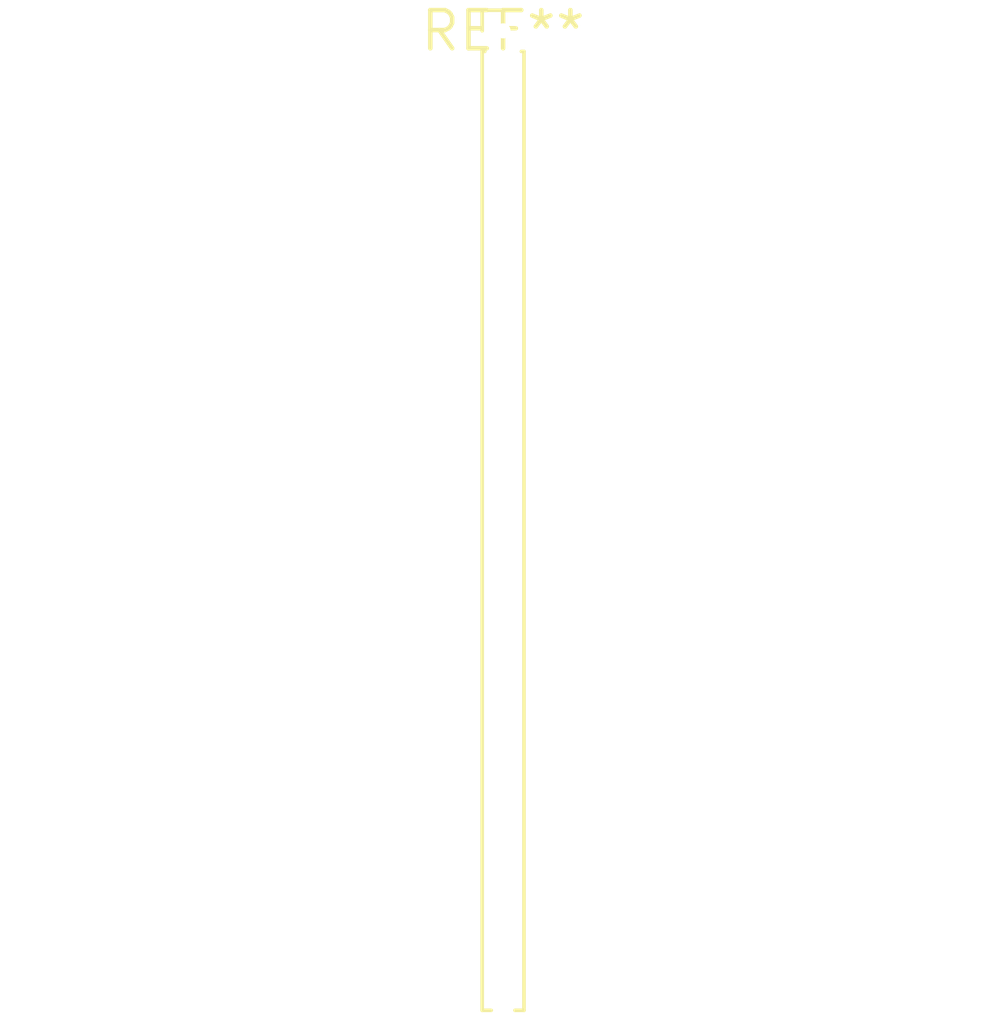
<source format=kicad_pcb>
(kicad_pcb (version 20240108) (generator pcbnew)
  (layers (0 "F.Cu" signal) (31 "B.Cu" signal) (34 "B.Paste" user) (35 "F.Paste" user) (36 "B.SilkS" user "B.Silkscreen") (37 "F.SilkS" user "F.Silkscreen") (38 "B.Mask" user) (39 "F.Mask" user) (44 "Edge.Cuts" user))
  (net 0 "")
  (footprint "PinHeader_1x33_P1.00mm_Vertical" (layer "F.Cu") (at 0 0)
    (property "Reference" "REF**")
    (property "Value" "PinHeader_1x33_P1.00mm_Vertical")
    (fp_line (start -0.695 -0.685) (end 0 -0.685) (layer "F.SilkS") (stroke (width 0.12)))
    (fp_line (start -0.695 0) (end -0.695 -0.685) (layer "F.SilkS") (stroke (width 0.12)))
    (fp_line (start -0.695 0.685) (end -0.695 32.56) (layer "F.SilkS") (stroke (width 0.12)))
    (fp_line (start -0.695 0.685) (end -0.608276 0.685) (layer "F.SilkS") (stroke (width 0.12)))
    (fp_line (start -0.695 32.56) (end -0.394493 32.56) (layer "F.SilkS") (stroke (width 0.12)))
    (fp_line (start 0.394493 32.56) (end 0.695 32.56) (layer "F.SilkS") (stroke (width 0.12)))
    (fp_line (start 0.608276 0.685) (end 0.695 0.685) (layer "F.SilkS") (stroke (width 0.12)))
    (fp_line (start 0.695 0.685) (end 0.695 32.56) (layer "F.SilkS") (stroke (width 0.12)))
    (pad "1" thru_hole rect (at 0 0) (size 0.85 0.85) (drill 0.5) (layers *.Cu *.Mask) (remove_unused_layers))
    (pad "2" thru_hole oval (at 0 1) (size 0.85 0.85) (drill 0.5) (layers *.Cu *.Mask) (remove_unused_layers))
    (pad "3" thru_hole oval (at 0 2) (size 0.85 0.85) (drill 0.5) (layers *.Cu *.Mask) (remove_unused_layers))
    (pad "4" thru_hole oval (at 0 3) (size 0.85 0.85) (drill 0.5) (layers *.Cu *.Mask) (remove_unused_layers))
    (pad "5" thru_hole oval (at 0 4) (size 0.85 0.85) (drill 0.5) (layers *.Cu *.Mask) (remove_unused_layers))
    (pad "6" thru_hole oval (at 0 5) (size 0.85 0.85) (drill 0.5) (layers *.Cu *.Mask) (remove_unused_layers))
    (pad "7" thru_hole oval (at 0 6) (size 0.85 0.85) (drill 0.5) (layers *.Cu *.Mask) (remove_unused_layers))
    (pad "8" thru_hole oval (at 0 7) (size 0.85 0.85) (drill 0.5) (layers *.Cu *.Mask) (remove_unused_layers))
    (pad "9" thru_hole oval (at 0 8) (size 0.85 0.85) (drill 0.5) (layers *.Cu *.Mask) (remove_unused_layers))
    (pad "10" thru_hole oval (at 0 9) (size 0.85 0.85) (drill 0.5) (layers *.Cu *.Mask) (remove_unused_layers))
    (pad "11" thru_hole oval (at 0 10) (size 0.85 0.85) (drill 0.5) (layers *.Cu *.Mask) (remove_unused_layers))
    (pad "12" thru_hole oval (at 0 11) (size 0.85 0.85) (drill 0.5) (layers *.Cu *.Mask) (remove_unused_layers))
    (pad "13" thru_hole oval (at 0 12) (size 0.85 0.85) (drill 0.5) (layers *.Cu *.Mask) (remove_unused_layers))
    (pad "14" thru_hole oval (at 0 13) (size 0.85 0.85) (drill 0.5) (layers *.Cu *.Mask) (remove_unused_layers))
    (pad "15" thru_hole oval (at 0 14) (size 0.85 0.85) (drill 0.5) (layers *.Cu *.Mask) (remove_unused_layers))
    (pad "16" thru_hole oval (at 0 15) (size 0.85 0.85) (drill 0.5) (layers *.Cu *.Mask) (remove_unused_layers))
    (pad "17" thru_hole oval (at 0 16) (size 0.85 0.85) (drill 0.5) (layers *.Cu *.Mask) (remove_unused_layers))
    (pad "18" thru_hole oval (at 0 17) (size 0.85 0.85) (drill 0.5) (layers *.Cu *.Mask) (remove_unused_layers))
    (pad "19" thru_hole oval (at 0 18) (size 0.85 0.85) (drill 0.5) (layers *.Cu *.Mask) (remove_unused_layers))
    (pad "20" thru_hole oval (at 0 19) (size 0.85 0.85) (drill 0.5) (layers *.Cu *.Mask) (remove_unused_layers))
    (pad "21" thru_hole oval (at 0 20) (size 0.85 0.85) (drill 0.5) (layers *.Cu *.Mask) (remove_unused_layers))
    (pad "22" thru_hole oval (at 0 21) (size 0.85 0.85) (drill 0.5) (layers *.Cu *.Mask) (remove_unused_layers))
    (pad "23" thru_hole oval (at 0 22) (size 0.85 0.85) (drill 0.5) (layers *.Cu *.Mask) (remove_unused_layers))
    (pad "24" thru_hole oval (at 0 23) (size 0.85 0.85) (drill 0.5) (layers *.Cu *.Mask) (remove_unused_layers))
    (pad "25" thru_hole oval (at 0 24) (size 0.85 0.85) (drill 0.5) (layers *.Cu *.Mask) (remove_unused_layers))
    (pad "26" thru_hole oval (at 0 25) (size 0.85 0.85) (drill 0.5) (layers *.Cu *.Mask) (remove_unused_layers))
    (pad "27" thru_hole oval (at 0 26) (size 0.85 0.85) (drill 0.5) (layers *.Cu *.Mask) (remove_unused_layers))
    (pad "28" thru_hole oval (at 0 27) (size 0.85 0.85) (drill 0.5) (layers *.Cu *.Mask) (remove_unused_layers))
    (pad "29" thru_hole oval (at 0 28) (size 0.85 0.85) (drill 0.5) (layers *.Cu *.Mask) (remove_unused_layers))
    (pad "30" thru_hole oval (at 0 29) (size 0.85 0.85) (drill 0.5) (layers *.Cu *.Mask) (remove_unused_layers))
    (pad "31" thru_hole oval (at 0 30) (size 0.85 0.85) (drill 0.5) (layers *.Cu *.Mask) (remove_unused_layers))
    (pad "32" thru_hole oval (at 0 31) (size 0.85 0.85) (drill 0.5) (layers *.Cu *.Mask) (remove_unused_layers))
    (pad "33" thru_hole oval (at 0 32) (size 0.85 0.85) (drill 0.5) (layers *.Cu *.Mask) (remove_unused_layers))
  )
)
</source>
